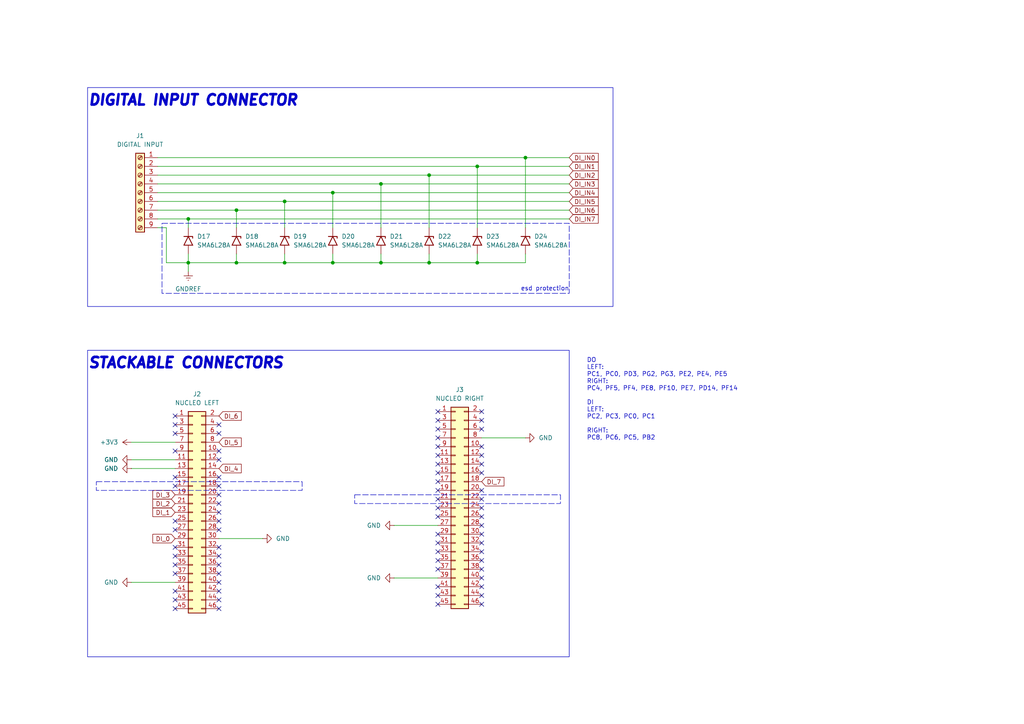
<source format=kicad_sch>
(kicad_sch (version 20250114) (generator "eeschema") (generator_version "9.0")
  (paper "A4")
  (title_block (title "PLC on STM - Digital Input Shield") (date "2026-01-07") (company "Author: Grzegorz Potocki"))
  (lib_symbols
    (symbol "Connector:Screw_Terminal_01x09" (pin_names (offset 1.016) (hide yes))
      (property "Reference" "J" (at 0 12.7 0))
      (property "Value" "Screw_Terminal_01x09" (at 0 -12.7 0))
      (symbol "Screw_Terminal_01x09_1_1"
        (rectangle (start -1.27 11.43) (end 1.27 -11.43) (stroke (width 0.254)) (fill (type background)))
        (polyline (pts (xy -0.5334 10.4902) (xy 0.3302 9.652)) (stroke (width 0.1524)))
        (polyline (pts (xy -0.5334 7.9502) (xy 0.3302 7.112)) (stroke (width 0.1524)))
        (polyline (pts (xy -0.5334 5.4102) (xy 0.3302 4.572)) (stroke (width 0.1524)))
        (polyline (pts (xy -0.5334 2.8702) (xy 0.3302 2.032)) (stroke (width 0.1524)))
        (polyline (pts (xy -0.5334 0.3302) (xy 0.3302 -0.508)) (stroke (width 0.1524)))
        (polyline (pts (xy -0.5334 -2.2098) (xy 0.3302 -3.048)) (stroke (width 0.1524)))
        (polyline (pts (xy -0.5334 -4.7498) (xy 0.3302 -5.588)) (stroke (width 0.1524)))
        (polyline (pts (xy -0.5334 -7.2898) (xy 0.3302 -8.128)) (stroke (width 0.1524)))
        (polyline (pts (xy -0.5334 -9.8298) (xy 0.3302 -10.668)) (stroke (width 0.1524)))
        (polyline (pts (xy -0.3556 10.668) (xy 0.508 9.8298)) (stroke (width 0.1524)))
        (polyline (pts (xy -0.3556 8.128) (xy 0.508 7.2898)) (stroke (width 0.1524)))
        (polyline (pts (xy -0.3556 5.588) (xy 0.508 4.7498)) (stroke (width 0.1524)))
        (polyline (pts (xy -0.3556 3.048) (xy 0.508 2.2098)) (stroke (width 0.1524)))
        (polyline (pts (xy -0.3556 0.508) (xy 0.508 -0.3302)) (stroke (width 0.1524)))
        (polyline (pts (xy -0.3556 -2.032) (xy 0.508 -2.8702)) (stroke (width 0.1524)))
        (polyline (pts (xy -0.3556 -4.572) (xy 0.508 -5.4102)) (stroke (width 0.1524)))
        (polyline (pts (xy -0.3556 -7.112) (xy 0.508 -7.9502)) (stroke (width 0.1524)))
        (polyline (pts (xy -0.3556 -9.652) (xy 0.508 -10.4902)) (stroke (width 0.1524)))
        (circle (center 0 10.16) (radius 0.635) (stroke (width 0.1524)))
        (circle (center 0 7.62) (radius 0.635) (stroke (width 0.1524)))
        (circle (center 0 5.08) (radius 0.635) (stroke (width 0.1524)))
        (circle (center 0 2.54) (radius 0.635) (stroke (width 0.1524)))
        (circle (center 0 0) (radius 0.635) (stroke (width 0.1524)))
        (circle (center 0 -2.54) (radius 0.635) (stroke (width 0.1524)))
        (circle (center 0 -5.08) (radius 0.635) (stroke (width 0.1524)))
        (circle (center 0 -7.62) (radius 0.635) (stroke (width 0.1524)))
        (circle (center 0 -10.16) (radius 0.635) (stroke (width 0.1524)))
        (pin passive line (at -5.08 10.16 0) (length 3.81) (name "Pin_1") (number "1"))
        (pin passive line (at -5.08 7.62 0) (length 3.81) (name "Pin_2") (number "2"))
        (pin passive line (at -5.08 5.08 0) (length 3.81) (name "Pin_3") (number "3"))
        (pin passive line (at -5.08 2.54 0) (length 3.81) (name "Pin_4") (number "4"))
        (pin passive line (at -5.08 0 0) (length 3.81) (name "Pin_5") (number "5"))
        (pin passive line (at -5.08 -2.54 0) (length 3.81) (name "Pin_6") (number "6"))
        (pin passive line (at -5.08 -5.08 0) (length 3.81) (name "Pin_7") (number "7"))
        (pin passive line (at -5.08 -7.62 0) (length 3.81) (name "Pin_8") (number "8"))
        (pin passive line (at -5.08 -10.16 0) (length 3.81) (name "Pin_9") (number "9"))
      )
    )
    (symbol "Connector_Generic:Conn_02x23_Odd_Even" (pin_names (offset 1.016) (hide yes))
      (property "Reference" "J" (at 1.27 30.48 0))
      (property "Value" "Conn_02x23_Odd_Even" (at 1.27 -30.48 0))
      (symbol "Conn_02x23_Odd_Even_1_1"
        (rectangle (start -1.27 29.21) (end 3.81 -29.21) (stroke (width 0.254)) (fill (type background)))
        (rectangle (start -1.27 28.067) (end 0 27.813) (stroke (width 0.1524)))
        (rectangle (start -1.27 25.527) (end 0 25.273) (stroke (width 0.1524)))
        (rectangle (start -1.27 22.987) (end 0 22.733) (stroke (width 0.1524)))
        (rectangle (start -1.27 20.447) (end 0 20.193) (stroke (width 0.1524)))
        (rectangle (start -1.27 17.907) (end 0 17.653) (stroke (width 0.1524)))
        (rectangle (start -1.27 15.367) (end 0 15.113) (stroke (width 0.1524)))
        (rectangle (start -1.27 12.827) (end 0 12.573) (stroke (width 0.1524)))
        (rectangle (start -1.27 10.287) (end 0 10.033) (stroke (width 0.1524)))
        (rectangle (start -1.27 7.747) (end 0 7.493) (stroke (width 0.1524)))
        (rectangle (start -1.27 5.207) (end 0 4.953) (stroke (width 0.1524)))
        (rectangle (start -1.27 2.667) (end 0 2.413) (stroke (width 0.1524)))
        (rectangle (start -1.27 0.127) (end 0 -0.127) (stroke (width 0.1524)))
        (rectangle (start -1.27 -2.413) (end 0 -2.667) (stroke (width 0.1524)))
        (rectangle (start -1.27 -4.953) (end 0 -5.207) (stroke (width 0.1524)))
        (rectangle (start -1.27 -7.493) (end 0 -7.747) (stroke (width 0.1524)))
        (rectangle (start -1.27 -10.033) (end 0 -10.287) (stroke (width 0.1524)))
        (rectangle (start -1.27 -12.573) (end 0 -12.827) (stroke (width 0.1524)))
        (rectangle (start -1.27 -15.113) (end 0 -15.367) (stroke (width 0.1524)))
        (rectangle (start -1.27 -17.653) (end 0 -17.907) (stroke (width 0.1524)))
        (rectangle (start -1.27 -20.193) (end 0 -20.447) (stroke (width 0.1524)))
        (rectangle (start -1.27 -22.733) (end 0 -22.987) (stroke (width 0.1524)))
        (rectangle (start -1.27 -25.273) (end 0 -25.527) (stroke (width 0.1524)))
        (rectangle (start -1.27 -27.813) (end 0 -28.067) (stroke (width 0.1524)))
        (rectangle (start 3.81 28.067) (end 2.54 27.813) (stroke (width 0.1524)))
        (rectangle (start 3.81 25.527) (end 2.54 25.273) (stroke (width 0.1524)))
        (rectangle (start 3.81 22.987) (end 2.54 22.733) (stroke (width 0.1524)))
        (rectangle (start 3.81 20.447) (end 2.54 20.193) (stroke (width 0.1524)))
        (rectangle (start 3.81 17.907) (end 2.54 17.653) (stroke (width 0.1524)))
        (rectangle (start 3.81 15.367) (end 2.54 15.113) (stroke (width 0.1524)))
        (rectangle (start 3.81 12.827) (end 2.54 12.573) (stroke (width 0.1524)))
        (rectangle (start 3.81 10.287) (end 2.54 10.033) (stroke (width 0.1524)))
        (rectangle (start 3.81 7.747) (end 2.54 7.493) (stroke (width 0.1524)))
        (rectangle (start 3.81 5.207) (end 2.54 4.953) (stroke (width 0.1524)))
        (rectangle (start 3.81 2.667) (end 2.54 2.413) (stroke (width 0.1524)))
        (rectangle (start 3.81 0.127) (end 2.54 -0.127) (stroke (width 0.1524)))
        (rectangle (start 3.81 -2.413) (end 2.54 -2.667) (stroke (width 0.1524)))
        (rectangle (start 3.81 -4.953) (end 2.54 -5.207) (stroke (width 0.1524)))
        (rectangle (start 3.81 -7.493) (end 2.54 -7.747) (stroke (width 0.1524)))
        (rectangle (start 3.81 -10.033) (end 2.54 -10.287) (stroke (width 0.1524)))
        (rectangle (start 3.81 -12.573) (end 2.54 -12.827) (stroke (width 0.1524)))
        (rectangle (start 3.81 -15.113) (end 2.54 -15.367) (stroke (width 0.1524)))
        (rectangle (start 3.81 -17.653) (end 2.54 -17.907) (stroke (width 0.1524)))
        (rectangle (start 3.81 -20.193) (end 2.54 -20.447) (stroke (width 0.1524)))
        (rectangle (start 3.81 -22.733) (end 2.54 -22.987) (stroke (width 0.1524)))
        (rectangle (start 3.81 -25.273) (end 2.54 -25.527) (stroke (width 0.1524)))
        (rectangle (start 3.81 -27.813) (end 2.54 -28.067) (stroke (width 0.1524)))
        (pin passive line (at -5.08 27.94 0) (length 3.81) (name "Pin_1") (number "1"))
        (pin passive line (at -5.08 25.4 0) (length 3.81) (name "Pin_3") (number "3"))
        (pin passive line (at -5.08 22.86 0) (length 3.81) (name "Pin_5") (number "5"))
        (pin passive line (at -5.08 20.32 0) (length 3.81) (name "Pin_7") (number "7"))
        (pin passive line (at -5.08 17.78 0) (length 3.81) (name "Pin_9") (number "9"))
        (pin passive line (at -5.08 15.24 0) (length 3.81) (name "Pin_11") (number "11"))
        (pin passive line (at -5.08 12.7 0) (length 3.81) (name "Pin_13") (number "13"))
        (pin passive line (at -5.08 10.16 0) (length 3.81) (name "Pin_15") (number "15"))
        (pin passive line (at -5.08 7.62 0) (length 3.81) (name "Pin_17") (number "17"))
        (pin passive line (at -5.08 5.08 0) (length 3.81) (name "Pin_19") (number "19"))
        (pin passive line (at -5.08 2.54 0) (length 3.81) (name "Pin_21") (number "21"))
        (pin passive line (at -5.08 0 0) (length 3.81) (name "Pin_23") (number "23"))
        (pin passive line (at -5.08 -2.54 0) (length 3.81) (name "Pin_25") (number "25"))
        (pin passive line (at -5.08 -5.08 0) (length 3.81) (name "Pin_27") (number "27"))
        (pin passive line (at -5.08 -7.62 0) (length 3.81) (name "Pin_29") (number "29"))
        (pin passive line (at -5.08 -10.16 0) (length 3.81) (name "Pin_31") (number "31"))
        (pin passive line (at -5.08 -12.7 0) (length 3.81) (name "Pin_33") (number "33"))
        (pin passive line (at -5.08 -15.24 0) (length 3.81) (name "Pin_35") (number "35"))
        (pin passive line (at -5.08 -17.78 0) (length 3.81) (name "Pin_37") (number "37"))
        (pin passive line (at -5.08 -20.32 0) (length 3.81) (name "Pin_39") (number "39"))
        (pin passive line (at -5.08 -22.86 0) (length 3.81) (name "Pin_41") (number "41"))
        (pin passive line (at -5.08 -25.4 0) (length 3.81) (name "Pin_43") (number "43"))
        (pin passive line (at -5.08 -27.94 0) (length 3.81) (name "Pin_45") (number "45"))
        (pin passive line (at 7.62 27.94 180) (length 3.81) (name "Pin_2") (number "2"))
        (pin passive line (at 7.62 25.4 180) (length 3.81) (name "Pin_4") (number "4"))
        (pin passive line (at 7.62 22.86 180) (length 3.81) (name "Pin_6") (number "6"))
        (pin passive line (at 7.62 20.32 180) (length 3.81) (name "Pin_8") (number "8"))
        (pin passive line (at 7.62 17.78 180) (length 3.81) (name "Pin_10") (number "10"))
        (pin passive line (at 7.62 15.24 180) (length 3.81) (name "Pin_12") (number "12"))
        (pin passive line (at 7.62 12.7 180) (length 3.81) (name "Pin_14") (number "14"))
        (pin passive line (at 7.62 10.16 180) (length 3.81) (name "Pin_16") (number "16"))
        (pin passive line (at 7.62 7.62 180) (length 3.81) (name "Pin_18") (number "18"))
        (pin passive line (at 7.62 5.08 180) (length 3.81) (name "Pin_20") (number "20"))
        (pin passive line (at 7.62 2.54 180) (length 3.81) (name "Pin_22") (number "22"))
        (pin passive line (at 7.62 0 180) (length 3.81) (name "Pin_24") (number "24"))
        (pin passive line (at 7.62 -2.54 180) (length 3.81) (name "Pin_26") (number "26"))
        (pin passive line (at 7.62 -5.08 180) (length 3.81) (name "Pin_28") (number "28"))
        (pin passive line (at 7.62 -7.62 180) (length 3.81) (name "Pin_30") (number "30"))
        (pin passive line (at 7.62 -10.16 180) (length 3.81) (name "Pin_32") (number "32"))
        (pin passive line (at 7.62 -12.7 180) (length 3.81) (name "Pin_34") (number "34"))
        (pin passive line (at 7.62 -15.24 180) (length 3.81) (name "Pin_36") (number "36"))
        (pin passive line (at 7.62 -17.78 180) (length 3.81) (name "Pin_38") (number "38"))
        (pin passive line (at 7.62 -20.32 180) (length 3.81) (name "Pin_40") (number "40"))
        (pin passive line (at 7.62 -22.86 180) (length 3.81) (name "Pin_42") (number "42"))
        (pin passive line (at 7.62 -25.4 180) (length 3.81) (name "Pin_44") (number "44"))
        (pin passive line (at 7.62 -27.94 180) (length 3.81) (name "Pin_46") (number "46"))
      )
    )
    (symbol "Diode:SMAJ28A" (pin_numbers (hide yes)) (pin_names (offset 1.016) (hide yes))
      (property "Reference" "D" (at 0 2.54 0))
      (property "Value" "SMAJ28A" (at 0 -2.54 0))
      (symbol "SMAJ28A_0_1"
        (polyline (pts (xy -0.762 1.27) (xy -1.27 1.27) (xy -1.27 -1.27)) (stroke (width 0.254)))
        (polyline (pts (xy 1.27 1.27) (xy 1.27 -1.27) (xy -1.27 0) (xy 1.27 1.27)) (stroke (width 0.254)))
      )
      (symbol "SMAJ28A_1_1"
        (pin passive line (at -3.81 0 0) (length 2.54) (name "A1") (number "1"))
        (pin passive line (at 3.81 0 180) (length 2.54) (name "A2") (number "2"))
      )
    )
    (symbol "power:+3V3" (power) (pin_numbers (hide yes)) (pin_names (offset 0) (hide yes))
      (property "Value" "+3V3" (at 0 3.556 0))
      (symbol "+3V3_0_1"
        (polyline (pts (xy -0.762 1.27) (xy 0 2.54)))
        (polyline (pts (xy 0 2.54) (xy 0.762 1.27)))
        (polyline (pts (xy 0 0) (xy 0 2.54)))
      )
      (symbol "+3V3_1_1"
        (pin power_in line (at 0 0 90) (length 0) (name "~") (number "1"))
      )
    )
    (symbol "power:GND" (power) (pin_numbers (hide yes)) (pin_names (offset 0) (hide yes))
      (property "Value" "GND" (at 0 -3.81 0))
      (symbol "GND_0_1"
        (polyline (pts (xy 0 0) (xy 0 -1.27) (xy 1.27 -1.27) (xy 0 -2.54) (xy -1.27 -1.27) (xy 0 -1.27)))
      )
      (symbol "GND_1_1"
        (pin power_in line (at 0 0 270) (length 0) (name "~") (number "1"))
      )
    )
    (symbol "power:GNDREF" (power) (pin_numbers (hide yes)) (pin_names (offset 0) (hide yes))
      (property "Value" "GNDREF" (at 0 -3.81 0))
      (symbol "GNDREF_0_1"
        (polyline (pts (xy -0.635 -1.905) (xy 0.635 -1.905)))
        (polyline (pts (xy -0.127 -2.54) (xy 0.127 -2.54)))
        (polyline (pts (xy 0 -1.27) (xy 0 0)))
        (polyline (pts (xy 1.27 -1.27) (xy -1.27 -1.27)))
      )
      (symbol "GNDREF_1_1"
        (pin power_in line (at 0 0 270) (length 0) (name "~") (number "1"))
      )
    )
  )
  (rectangle (start 102.87 143.51) (end 162.56 146.05) (stroke (width 0) (type dash)))
  (rectangle (start 25.4 101.6) (end 165.1 190.5))
  (rectangle (start 27.94 139.7) (end 87.63 142.24) (stroke (width 0) (type dash)))
  (rectangle (start 25.4 25.4) (end 177.8 88.9))
  (rectangle (start 46.99 64.77) (end 165.1 85.09) (stroke (width 0) (type dash)))
  (text "STACKABLE CONNECTORS" (at 25.4 105.41 0) (effects (font (size 3 3) (thickness 2) (bold yes) (italic yes)) (justify left)))
  (text "DIGITAL INPUT CONNECTOR" (at 25.4 29.21 0) (effects (font (size 3 3) (thickness 2) (bold yes) (italic yes)) (justify left)))
  (text "esd protection" (at 165.1 83.82 0) (effects (font (size 1.27 1.27)) (justify right)))
  (text "DO\nLEFT:\nPC1, PC0, PD3, PG2, PG3, PE2, PE4, PE5\nRIGHT:\nPC4, PF5, PF4, PE8, PF10, PE7, PD14, PF14\n\nDI\nLEFT:\nPC2, PC3, PC0, PC1\n\nRIGHT:\nPC8, PC6, PC5, PB2 " (at 170.18 115.824 0) (effects (font (size 1.27 1.27)) (justify left)))
  (junction (at 124.46 76.2))
  (junction (at 152.4 45.72))
  (junction (at 110.49 76.2))
  (junction (at 82.55 58.42))
  (junction (at 68.58 76.2))
  (junction (at 96.52 76.2))
  (junction (at 138.43 48.26))
  (junction (at 82.55 76.2))
  (junction (at 54.61 76.2))
  (junction (at 110.49 53.34))
  (junction (at 54.61 63.5))
  (junction (at 124.46 50.8))
  (junction (at 96.52 55.88))
  (junction (at 68.58 60.96))
  (junction (at 138.43 76.2))
  (no_connect (at 127 147.32))
  (no_connect (at 139.7 149.86))
  (no_connect (at 127 149.86))
  (no_connect (at 127 132.08))
  (no_connect (at 127 119.38))
  (no_connect (at 63.5 168.91))
  (no_connect (at 139.7 124.46))
  (no_connect (at 63.5 171.45))
  (no_connect (at 50.8 176.53))
  (no_connect (at 50.8 120.65))
  (no_connect (at 139.7 134.62))
  (no_connect (at 63.5 166.37))
  (no_connect (at 139.7 160.02))
  (no_connect (at 139.7 144.78))
  (no_connect (at 50.8 123.19))
  (no_connect (at 63.5 138.43))
  (no_connect (at 127 134.62))
  (no_connect (at 127 144.78))
  (no_connect (at 139.7 121.92))
  (no_connect (at 127 160.02))
  (no_connect (at 50.8 158.75))
  (no_connect (at 63.5 140.97))
  (no_connect (at 127 121.92))
  (no_connect (at 139.7 152.4))
  (no_connect (at 127 124.46))
  (no_connect (at 63.5 148.59))
  (no_connect (at 127 170.18))
  (no_connect (at 50.8 166.37))
  (no_connect (at 50.8 173.99))
  (no_connect (at 139.7 119.38))
  (no_connect (at 50.8 130.81))
  (no_connect (at 50.8 163.83))
  (no_connect (at 50.8 125.73))
  (no_connect (at 63.5 173.99))
  (no_connect (at 127 162.56))
  (no_connect (at 63.5 163.83))
  (no_connect (at 50.8 171.45))
  (no_connect (at 139.7 175.26))
  (no_connect (at 63.5 125.73))
  (no_connect (at 139.7 172.72))
  (no_connect (at 127 165.1))
  (no_connect (at 63.5 133.35))
  (no_connect (at 139.7 162.56))
  (no_connect (at 127 127))
  (no_connect (at 139.7 167.64))
  (no_connect (at 63.5 143.51))
  (no_connect (at 50.8 151.13))
  (no_connect (at 127 139.7))
  (no_connect (at 139.7 154.94))
  (no_connect (at 139.7 129.54))
  (no_connect (at 139.7 142.24))
  (no_connect (at 63.5 153.67))
  (no_connect (at 63.5 176.53))
  (no_connect (at 139.7 170.18))
  (no_connect (at 127 129.54))
  (no_connect (at 63.5 158.75))
  (no_connect (at 63.5 123.19))
  (no_connect (at 127 142.24))
  (no_connect (at 127 157.48))
  (no_connect (at 127 175.26))
  (no_connect (at 139.7 157.48))
  (no_connect (at 139.7 137.16))
  (no_connect (at 63.5 130.81))
  (no_connect (at 50.8 153.67))
  (no_connect (at 127 137.16))
  (no_connect (at 139.7 147.32))
  (no_connect (at 63.5 146.05))
  (no_connect (at 63.5 151.13))
  (no_connect (at 50.8 140.97))
  (no_connect (at 50.8 138.43))
  (no_connect (at 50.8 161.29))
  (no_connect (at 139.7 132.08))
  (no_connect (at 127 154.94))
  (no_connect (at 63.5 161.29))
  (no_connect (at 139.7 165.1))
  (no_connect (at 127 172.72))
  (wire (pts (xy 45.72 45.72) (xy 152.4 45.72)))
  (wire (pts (xy 50.8 133.35) (xy 38.1 133.35)))
  (wire (pts (xy 96.52 76.2) (xy 110.49 76.2)))
  (wire (pts (xy 45.72 50.8) (xy 124.46 50.8)))
  (wire (pts (xy 110.49 53.34) (xy 165.1 53.34)))
  (wire (pts (xy 127 152.4) (xy 114.3 152.4)))
  (wire (pts (xy 96.52 55.88) (xy 165.1 55.88)))
  (wire (pts (xy 96.52 73.66) (xy 96.52 76.2)))
  (wire (pts (xy 138.43 48.26) (xy 138.43 66.04)))
  (wire (pts (xy 110.49 76.2) (xy 124.46 76.2)))
  (wire (pts (xy 48.26 76.2) (xy 54.61 76.2)))
  (wire (pts (xy 54.61 66.04) (xy 54.61 63.5)))
  (wire (pts (xy 138.43 76.2) (xy 152.4 76.2)))
  (wire (pts (xy 82.55 73.66) (xy 82.55 76.2)))
  (wire (pts (xy 68.58 73.66) (xy 68.58 76.2)))
  (wire (pts (xy 138.43 48.26) (xy 165.1 48.26)))
  (wire (pts (xy 124.46 76.2) (xy 124.46 73.66)))
  (wire (pts (xy 138.43 73.66) (xy 138.43 76.2)))
  (wire (pts (xy 54.61 73.66) (xy 54.61 76.2)))
  (wire (pts (xy 82.55 58.42) (xy 82.55 66.04)))
  (wire (pts (xy 124.46 66.04) (xy 124.46 50.8)))
  (wire (pts (xy 124.46 76.2) (xy 138.43 76.2)))
  (wire (pts (xy 45.72 66.04) (xy 48.26 66.04)))
  (wire (pts (xy 48.26 66.04) (xy 48.26 76.2)))
  (wire (pts (xy 82.55 76.2) (xy 96.52 76.2)))
  (wire (pts (xy 124.46 50.8) (xy 165.1 50.8)))
  (wire (pts (xy 82.55 58.42) (xy 165.1 58.42)))
  (wire (pts (xy 139.7 127) (xy 152.4 127)))
  (wire (pts (xy 152.4 45.72) (xy 152.4 66.04)))
  (wire (pts (xy 152.4 45.72) (xy 165.1 45.72)))
  (wire (pts (xy 110.49 73.66) (xy 110.49 76.2)))
  (wire (pts (xy 50.8 168.91) (xy 38.1 168.91)))
  (wire (pts (xy 68.58 76.2) (xy 82.55 76.2)))
  (wire (pts (xy 54.61 76.2) (xy 54.61 78.74)))
  (wire (pts (xy 45.72 55.88) (xy 96.52 55.88)))
  (wire (pts (xy 45.72 63.5) (xy 54.61 63.5)))
  (wire (pts (xy 38.1 128.27) (xy 50.8 128.27)))
  (wire (pts (xy 50.8 135.89) (xy 38.1 135.89)))
  (wire (pts (xy 127 167.64) (xy 114.3 167.64)))
  (wire (pts (xy 96.52 55.88) (xy 96.52 66.04)))
  (wire (pts (xy 45.72 53.34) (xy 110.49 53.34)))
  (wire (pts (xy 68.58 60.96) (xy 68.58 66.04)))
  (wire (pts (xy 110.49 53.34) (xy 110.49 66.04)))
  (wire (pts (xy 152.4 73.66) (xy 152.4 76.2)))
  (wire (pts (xy 54.61 63.5) (xy 165.1 63.5)))
  (wire (pts (xy 68.58 60.96) (xy 165.1 60.96)))
  (wire (pts (xy 45.72 48.26) (xy 138.43 48.26)))
  (wire (pts (xy 45.72 60.96) (xy 68.58 60.96)))
  (wire (pts (xy 54.61 76.2) (xy 68.58 76.2)))
  (wire (pts (xy 45.72 58.42) (xy 82.55 58.42)))
  (wire (pts (xy 63.5 156.21) (xy 76.2 156.21)))
  (global_label "DI_1" (shape input) (at 50.8 148.59 180) (property "Intersheetrefs" "${INTERSHEET_REFS}" (effects (hide yes))))
  (global_label "DI_IN5" (shape input) (at 165.1 58.42 0) (property "Intersheetrefs" "${INTERSHEET_REFS}" (effects (hide yes))))
  (global_label "DI_5" (shape input) (at 63.5 128.27 0) (property "Intersheetrefs" "${INTERSHEET_REFS}" (effects (hide yes))))
  (global_label "DI_2" (shape input) (at 50.8 146.05 180) (property "Intersheetrefs" "${INTERSHEET_REFS}" (effects (hide yes))))
  (global_label "DI_IN7" (shape input) (at 165.1 63.5 0) (property "Intersheetrefs" "${INTERSHEET_REFS}" (effects (hide yes))))
  (global_label "DI_6" (shape input) (at 63.5 120.65 0) (property "Intersheetrefs" "${INTERSHEET_REFS}" (effects (hide yes))))
  (global_label "DI_IN2" (shape input) (at 165.1 50.8 0) (property "Intersheetrefs" "${INTERSHEET_REFS}" (effects (hide yes))))
  (global_label "DI_3" (shape input) (at 50.8 143.51 180) (property "Intersheetrefs" "${INTERSHEET_REFS}" (effects (hide yes))))
  (global_label "DI_0" (shape input) (at 50.8 156.21 180) (property "Intersheetrefs" "${INTERSHEET_REFS}" (effects (hide yes))))
  (global_label "DI_IN6" (shape input) (at 165.1 60.96 0) (property "Intersheetrefs" "${INTERSHEET_REFS}" (effects (hide yes))))
  (global_label "DI_IN3" (shape input) (at 165.1 53.34 0) (property "Intersheetrefs" "${INTERSHEET_REFS}" (effects (hide yes))))
  (global_label "DI_IN0" (shape input) (at 165.1 45.72 0) (property "Intersheetrefs" "${INTERSHEET_REFS}" (effects (hide yes))))
  (global_label "DI_4" (shape input) (at 63.5 135.89 0) (property "Intersheetrefs" "${INTERSHEET_REFS}" (effects (hide yes))))
  (global_label "DI_IN1" (shape input) (at 165.1 48.26 0) (property "Intersheetrefs" "${INTERSHEET_REFS}" (effects (hide yes))))
  (global_label "DI_IN4" (shape input) (at 165.1 55.88 0) (property "Intersheetrefs" "${INTERSHEET_REFS}" (effects (hide yes))))
  (global_label "DI_7" (shape input) (at 139.7 139.7 0) (property "Intersheetrefs" "${INTERSHEET_REFS}" (effects (hide yes))))
  (symbol (lib_id "power:GND") (at 152.4 127 90) (unit 1)
    (property "Reference" "#PWR012" (effects (hide yes)))
    (property "Value" "GND" (at 156.21 126.9999 90) (effects (justify right)))
    (property "Description" "Power symbol creates a global label with name \"GND\" , ground" (effects (hide yes)))
  )
  (symbol (lib_id "Connector_Generic:Conn_02x23_Odd_Even") (at 132.08 147.32 0) (unit 1)
    (property "Reference" "J3" (at 133.35 113.03 0))
    (property "Value" "NUCLEO RIGHT" (at 133.35 115.57 0))
    (property "Footprint" "PLC_STM:PRT12790" (effects (hide yes)))
    (property "Description" "Generic connector, double row, 02x23, odd/even pin numbering scheme (row 1 odd numbers, row 2 even numbers), script generated (kicad-library-utils/schlib/autogen/connector/)" (effects (hide yes)))
    (property "Mouser Part Number" "474-PRT-12790" (effects (hide yes)))
    (property "Mouser Price/Stock" "https://www.mouser.pl/ProductDetail/SparkFun/PRT-12790?qs=WyAARYrbSnZh0%252BVGZi59Ng%3D%3D" (effects (hide yes)))
    (property "Alternative" "https://www.mouser.pl/ProductDetail/SchmartBoard/920-0135-01?qs=WBUF01kN13lvFiBwxduHPw%3D%3D" (effects (hide yes)))
    (property "Alternative2" "https://www.mouser.pl/ProductDetail/SchmartBoard/920-0103-01?qs=Jl8P5Tpu6m3biqphpyO5mQ%3D%3D" (effects (hide yes)))
  )
  (symbol (lib_id "power:GND") (at 76.2 156.21 90) (mirror x) (unit 1)
    (property "Reference" "#PWR09" (effects (hide yes)))
    (property "Value" "GND" (at 80.01 156.2101 90) (effects (justify right)))
    (property "Description" "Power symbol creates a global label with name \"GND\" , ground" (effects (hide yes)))
  )
  (symbol (lib_id "Diode:SMAJ28A") (at 138.43 69.85 270) (unit 1)
    (property "Reference" "D23" (at 140.97 68.5799 90) (effects (justify left)))
    (property "Value" "SMA6L28A" (at 140.97 71.1199 90) (effects (justify left)))
    (property "Footprint" "Diode_SMD:D_SMA" (effects (hide yes)))
    (property "Datasheet" "https://www.littelfuse.com/media?resourcetype=datasheets&itemid=75e32973-b177-4ee3-a0ff-cedaf1abdb93&filename=smaj-datasheet" (effects (hide yes)))
    (property "Description" "400W unidirectional Transient Voltage Suppressor, 28.0Vr, SMA(DO-214AC)" (effects (hide yes)))
    (property "Mouser Part Number" "576-SMA6L28A" (effects (hide yes)))
    (property "Mouser Price/Stock" "https://www.mouser.pl/ProductDetail/Littelfuse/SMA6L28A?qs=2FIyTMJ0hNlczLvhNN9N5w%3D%3D" (effects (hide yes)))
  )
  (symbol (lib_id "power:+3V3") (at 38.1 128.27 90) (unit 1)
    (property "Reference" "#PWR04" (effects (hide yes)))
    (property "Value" "+3V3" (at 34.29 128.2699 90) (effects (justify left)))
    (property "Description" "Power symbol creates a global label with name \"+3V3\"" (effects (hide yes)))
  )
  (symbol (lib_id "power:GND") (at 38.1 135.89 270) (mirror x) (unit 1)
    (property "Reference" "#PWR06" (effects (hide yes)))
    (property "Value" "GND" (at 34.29 135.8899 90) (effects (justify right)))
    (property "Description" "Power symbol creates a global label with name \"GND\" , ground" (effects (hide yes)))
  )
  (symbol (lib_id "Diode:SMAJ28A") (at 110.49 69.85 270) (unit 1)
    (property "Reference" "D21" (at 113.03 68.5799 90) (effects (justify left)))
    (property "Value" "SMA6L28A" (at 113.03 71.1199 90) (effects (justify left)))
    (property "Footprint" "Diode_SMD:D_SMA" (effects (hide yes)))
    (property "Datasheet" "https://www.littelfuse.com/media?resourcetype=datasheets&itemid=75e32973-b177-4ee3-a0ff-cedaf1abdb93&filename=smaj-datasheet" (effects (hide yes)))
    (property "Description" "400W unidirectional Transient Voltage Suppressor, 28.0Vr, SMA(DO-214AC)" (effects (hide yes)))
    (property "Mouser Part Number" "576-SMA6L28A" (effects (hide yes)))
    (property "Mouser Price/Stock" "https://www.mouser.pl/ProductDetail/Littelfuse/SMA6L28A?qs=2FIyTMJ0hNlczLvhNN9N5w%3D%3D" (effects (hide yes)))
  )
  (symbol (lib_id "Connector_Generic:Conn_02x23_Odd_Even") (at 55.88 148.59 0) (unit 1)
    (property "Reference" "J2" (at 57.15 114.3 0))
    (property "Value" "NUCLEO LEFT" (at 57.15 116.84 0))
    (property "Footprint" "PLC_STM:PRT12790" (effects (hide yes)))
    (property "Description" "Generic connector, double row, 02x23, odd/even pin numbering scheme (row 1 odd numbers, row 2 even numbers), script generated (kicad-library-utils/schlib/autogen/connector/)" (effects (hide yes)))
    (property "Mouser Part Number" "474-PRT-12790" (effects (hide yes)))
    (property "Mouser Price/Stock" "https://www.mouser.pl/ProductDetail/SparkFun/PRT-12790?qs=WyAARYrbSnZh0%252BVGZi59Ng%3D%3D" (effects (hide yes)))
    (property "Alternative" "https://www.mouser.pl/ProductDetail/SchmartBoard/920-0135-01?qs=WBUF01kN13lvFiBwxduHPw%3D%3D" (effects (hide yes)))
    (property "Alternative2" "https://www.mouser.pl/ProductDetail/SchmartBoard/920-0103-01?qs=Jl8P5Tpu6m3biqphpyO5mQ%3D%3D" (effects (hide yes)))
  )
  (symbol (lib_id "Diode:SMAJ28A") (at 152.4 69.85 270) (unit 1)
    (property "Reference" "D24" (at 154.94 68.5799 90) (effects (justify left)))
    (property "Value" "SMA6L28A" (at 154.94 71.1199 90) (effects (justify left)))
    (property "Footprint" "Diode_SMD:D_SMA" (effects (hide yes)))
    (property "Datasheet" "https://www.littelfuse.com/media?resourcetype=datasheets&itemid=75e32973-b177-4ee3-a0ff-cedaf1abdb93&filename=smaj-datasheet" (effects (hide yes)))
    (property "Description" "400W unidirectional Transient Voltage Suppressor, 28.0Vr, SMA(DO-214AC)" (effects (hide yes)))
    (property "Mouser Part Number" "576-SMA6L28A" (effects (hide yes)))
    (property "Mouser Price/Stock" "https://www.mouser.pl/ProductDetail/Littelfuse/SMA6L28A?qs=2FIyTMJ0hNlczLvhNN9N5w%3D%3D" (effects (hide yes)))
  )
  (symbol (lib_id "power:GND") (at 114.3 167.64 270) (mirror x) (unit 1)
    (property "Reference" "#PWR011" (effects (hide yes)))
    (property "Value" "GND" (at 110.49 167.6399 90) (effects (justify right)))
    (property "Description" "Power symbol creates a global label with name \"GND\" , ground" (effects (hide yes)))
  )
  (symbol (lib_id "power:GND") (at 38.1 133.35 270) (mirror x) (unit 1)
    (property "Reference" "#PWR05" (effects (hide yes)))
    (property "Value" "GND" (at 34.29 133.3499 90) (effects (justify right)))
    (property "Description" "Power symbol creates a global label with name \"GND\" , ground" (effects (hide yes)))
  )
  (symbol (lib_id "power:GNDREF") (at 54.61 78.74 0) (unit 1)
    (property "Reference" "#PWR08" (effects (hide yes)))
    (property "Value" "GNDREF" (at 54.61 83.82 0))
    (property "Description" "Power symbol creates a global label with name \"GNDREF\" , reference supply ground" (effects (hide yes)))
  )
  (symbol (lib_id "Diode:SMAJ28A") (at 54.61 69.85 270) (unit 1)
    (property "Reference" "D17" (at 57.15 68.5799 90) (effects (justify left)))
    (property "Value" "SMA6L28A" (at 57.15 71.1199 90) (effects (justify left)))
    (property "Footprint" "Diode_SMD:D_SMA" (effects (hide yes)))
    (property "Datasheet" "https://www.littelfuse.com/media?resourcetype=datasheets&itemid=75e32973-b177-4ee3-a0ff-cedaf1abdb93&filename=smaj-datasheet" (effects (hide yes)))
    (property "Description" "400W unidirectional Transient Voltage Suppressor, 28.0Vr, SMA(DO-214AC)" (effects (hide yes)))
    (property "Mouser Part Number" "576-SMA6L28A" (effects (hide yes)))
    (property "Mouser Price/Stock" "https://www.mouser.pl/ProductDetail/Littelfuse/SMA6L28A?qs=2FIyTMJ0hNlczLvhNN9N5w%3D%3D" (effects (hide yes)))
  )
  (symbol (lib_id "power:GND") (at 114.3 152.4 270) (mirror x) (unit 1)
    (property "Reference" "#PWR010" (effects (hide yes)))
    (property "Value" "GND" (at 110.49 152.3999 90) (effects (justify right)))
    (property "Description" "Power symbol creates a global label with name \"GND\" , ground" (effects (hide yes)))
  )
  (symbol (lib_id "Diode:SMAJ28A") (at 96.52 69.85 270) (unit 1)
    (property "Reference" "D20" (at 99.06 68.5799 90) (effects (justify left)))
    (property "Value" "SMA6L28A" (at 99.06 71.1199 90) (effects (justify left)))
    (property "Footprint" "Diode_SMD:D_SMA" (effects (hide yes)))
    (property "Datasheet" "https://www.littelfuse.com/media?resourcetype=datasheets&itemid=75e32973-b177-4ee3-a0ff-cedaf1abdb93&filename=smaj-datasheet" (effects (hide yes)))
    (property "Description" "400W unidirectional Transient Voltage Suppressor, 28.0Vr, SMA(DO-214AC)" (effects (hide yes)))
    (property "Mouser Part Number" "576-SMA6L28A" (effects (hide yes)))
    (property "Mouser Price/Stock" "https://www.mouser.pl/ProductDetail/Littelfuse/SMA6L28A?qs=2FIyTMJ0hNlczLvhNN9N5w%3D%3D" (effects (hide yes)))
  )
  (symbol (lib_id "power:GND") (at 38.1 168.91 270) (mirror x) (unit 1)
    (property "Reference" "#PWR07" (effects (hide yes)))
    (property "Value" "GND" (at 34.29 168.9099 90) (effects (justify right)))
    (property "Description" "Power symbol creates a global label with name \"GND\" , ground" (effects (hide yes)))
  )
  (symbol (lib_id "Connector:Screw_Terminal_01x09") (at 40.64 55.88 0) (mirror y) (unit 1)
    (property "Reference" "J1" (at 40.64 39.37 0))
    (property "Value" "DIGITAL INPUT" (at 40.64 41.91 0))
    (property "Footprint" "PLC_STM:1725724" (effects (hide yes)))
    (property "Datasheet" "https://www.mouser.pl/datasheet/3/507/9/phoenix_contact_1725724_en.pdf" (effects (hide yes)))
    (property "Description" "Generic screw terminal, single row, 01x09, script generated (kicad-library-utils/schlib/autogen/connector/)" (effects (hide yes)))
    (property "Mouser Part Number" "651-1725724" (effects (hide yes)))
    (property "Mouser Price/Stock" "https://www.mouser.pl/ProductDetail/Phoenix-Contact/1725724?qs=W3wJikR1%252BS5kmBpxVtLnow%3D%3D" (effects (hide yes)))
  )
  (symbol (lib_id "Diode:SMAJ28A") (at 68.58 69.85 270) (unit 1)
    (property "Reference" "D18" (at 71.12 68.5799 90) (effects (justify left)))
    (property "Value" "SMA6L28A" (at 71.12 71.1199 90) (effects (justify left)))
    (property "Footprint" "Diode_SMD:D_SMA" (effects (hide yes)))
    (property "Datasheet" "https://www.littelfuse.com/media?resourcetype=datasheets&itemid=75e32973-b177-4ee3-a0ff-cedaf1abdb93&filename=smaj-datasheet" (effects (hide yes)))
    (property "Description" "400W unidirectional Transient Voltage Suppressor, 28.0Vr, SMA(DO-214AC)" (effects (hide yes)))
    (property "Mouser Part Number" "576-SMA6L28A" (effects (hide yes)))
    (property "Mouser Price/Stock" "https://www.mouser.pl/ProductDetail/Littelfuse/SMA6L28A?qs=2FIyTMJ0hNlczLvhNN9N5w%3D%3D" (effects (hide yes)))
  )
  (symbol (lib_id "Diode:SMAJ28A") (at 82.55 69.85 270) (unit 1)
    (property "Reference" "D19" (at 85.09 68.5799 90) (effects (justify left)))
    (property "Value" "SMA6L28A" (at 85.09 71.1199 90) (effects (justify left)))
    (property "Footprint" "Diode_SMD:D_SMA" (effects (hide yes)))
    (property "Datasheet" "https://www.littelfuse.com/media?resourcetype=datasheets&itemid=75e32973-b177-4ee3-a0ff-cedaf1abdb93&filename=smaj-datasheet" (effects (hide yes)))
    (property "Description" "400W unidirectional Transient Voltage Suppressor, 28.0Vr, SMA(DO-214AC)" (effects (hide yes)))
    (property "Mouser Part Number" "576-SMA6L28A" (effects (hide yes)))
    (property "Mouser Price/Stock" "https://www.mouser.pl/ProductDetail/Littelfuse/SMA6L28A?qs=2FIyTMJ0hNlczLvhNN9N5w%3D%3D" (effects (hide yes)))
  )
  (symbol (lib_id "Diode:SMAJ28A") (at 124.46 69.85 270) (unit 1)
    (property "Reference" "D22" (at 127 68.5799 90) (effects (justify left)))
    (property "Value" "SMA6L28A" (at 127 71.1199 90) (effects (justify left)))
    (property "Footprint" "Diode_SMD:D_SMA" (effects (hide yes)))
    (property "Datasheet" "https://www.littelfuse.com/media?resourcetype=datasheets&itemid=75e32973-b177-4ee3-a0ff-cedaf1abdb93&filename=smaj-datasheet" (effects (hide yes)))
    (property "Description" "400W unidirectional Transient Voltage Suppressor, 28.0Vr, SMA(DO-214AC)" (effects (hide yes)))
    (property "Mouser Part Number" "576-SMA6L28A" (effects (hide yes)))
    (property "Mouser Price/Stock" "https://www.mouser.pl/ProductDetail/Littelfuse/SMA6L28A?qs=2FIyTMJ0hNlczLvhNN9N5w%3D%3D" (effects (hide yes)))
  )
)
</source>
